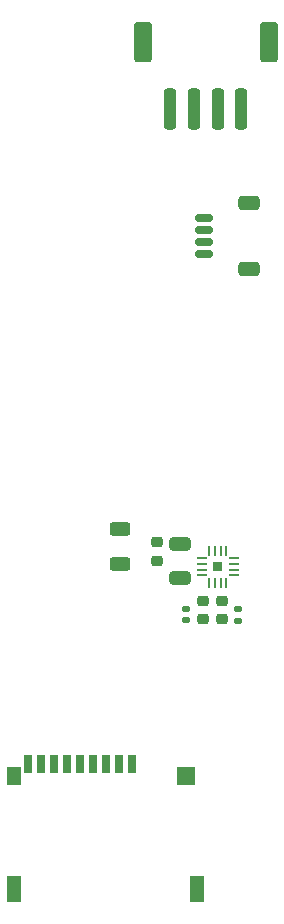
<source format=gbr>
%TF.GenerationSoftware,KiCad,Pcbnew,7.0.1*%
%TF.CreationDate,2023-03-30T16:52:30-04:00*%
%TF.ProjectId,system-board,73797374-656d-42d6-926f-6172642e6b69,rev?*%
%TF.SameCoordinates,Original*%
%TF.FileFunction,Paste,Top*%
%TF.FilePolarity,Positive*%
%FSLAX46Y46*%
G04 Gerber Fmt 4.6, Leading zero omitted, Abs format (unit mm)*
G04 Created by KiCad (PCBNEW 7.0.1) date 2023-03-30 16:52:30*
%MOMM*%
%LPD*%
G01*
G04 APERTURE LIST*
G04 Aperture macros list*
%AMRoundRect*
0 Rectangle with rounded corners*
0 $1 Rounding radius*
0 $2 $3 $4 $5 $6 $7 $8 $9 X,Y pos of 4 corners*
0 Add a 4 corners polygon primitive as box body*
4,1,4,$2,$3,$4,$5,$6,$7,$8,$9,$2,$3,0*
0 Add four circle primitives for the rounded corners*
1,1,$1+$1,$2,$3*
1,1,$1+$1,$4,$5*
1,1,$1+$1,$6,$7*
1,1,$1+$1,$8,$9*
0 Add four rect primitives between the rounded corners*
20,1,$1+$1,$2,$3,$4,$5,0*
20,1,$1+$1,$4,$5,$6,$7,0*
20,1,$1+$1,$6,$7,$8,$9,0*
20,1,$1+$1,$8,$9,$2,$3,0*%
G04 Aperture macros list end*
%ADD10R,0.700000X1.600000*%
%ADD11R,1.600000X1.500000*%
%ADD12R,1.200000X1.500000*%
%ADD13R,1.200000X2.200000*%
%ADD14RoundRect,0.150000X0.625000X-0.150000X0.625000X0.150000X-0.625000X0.150000X-0.625000X-0.150000X0*%
%ADD15RoundRect,0.250000X0.650000X-0.350000X0.650000X0.350000X-0.650000X0.350000X-0.650000X-0.350000X0*%
%ADD16RoundRect,0.218750X0.256250X-0.218750X0.256250X0.218750X-0.256250X0.218750X-0.256250X-0.218750X0*%
%ADD17RoundRect,0.140000X-0.170000X0.140000X-0.170000X-0.140000X0.170000X-0.140000X0.170000X0.140000X0*%
%ADD18RoundRect,0.250000X-0.625000X0.312500X-0.625000X-0.312500X0.625000X-0.312500X0.625000X0.312500X0*%
%ADD19RoundRect,0.250000X0.250000X1.500000X-0.250000X1.500000X-0.250000X-1.500000X0.250000X-1.500000X0*%
%ADD20RoundRect,0.250001X0.499999X1.449999X-0.499999X1.449999X-0.499999X-1.449999X0.499999X-1.449999X0*%
%ADD21RoundRect,0.250000X-0.650000X0.325000X-0.650000X-0.325000X0.650000X-0.325000X0.650000X0.325000X0*%
%ADD22R,0.242474X0.857120*%
%ADD23RoundRect,0.121237X0.000000X0.307323X0.000000X-0.307323X0.000000X-0.307323X0.000000X0.307323X0*%
%ADD24RoundRect,0.121237X-0.307323X0.000000X-0.307323X0.000000X0.307323X0.000000X0.307323X0.000000X0*%
%ADD25RoundRect,0.225000X0.250000X-0.225000X0.250000X0.225000X-0.250000X0.225000X-0.250000X-0.225000X0*%
G04 APERTURE END LIST*
%TO.C,U1*%
G36*
X70945284Y-89045833D02*
G01*
X70154716Y-89045833D01*
X70154716Y-88255265D01*
X70945284Y-88255265D01*
X70945284Y-89045833D01*
G37*
%TD*%
D10*
%TO.C,J1*%
X63300000Y-105350000D03*
X62200000Y-105350000D03*
X61100000Y-105350000D03*
X60000000Y-105350000D03*
X58900000Y-105350000D03*
X57800000Y-105350000D03*
X56700000Y-105350000D03*
X55600000Y-105350000D03*
X54500000Y-105350000D03*
D11*
X67900000Y-106350000D03*
D12*
X53300000Y-106350000D03*
D13*
X53300000Y-115950000D03*
X68800000Y-115950000D03*
%TD*%
D14*
%TO.C,J5*%
X69367893Y-62150000D03*
X69367893Y-61150000D03*
X69367893Y-60150000D03*
X69367893Y-59150000D03*
D15*
X73242893Y-63450000D03*
X73242893Y-57850000D03*
%TD*%
D16*
%TO.C,FB2*%
X69300000Y-93125550D03*
X69300000Y-91550550D03*
%TD*%
D17*
%TO.C,C3*%
X67900000Y-92250550D03*
X67900000Y-93210550D03*
%TD*%
D18*
%TO.C,R1*%
X62300000Y-85487500D03*
X62300000Y-88412500D03*
%TD*%
D16*
%TO.C,FB1*%
X70900000Y-93125550D03*
X70900000Y-91550550D03*
%TD*%
D19*
%TO.C,J4*%
X72550000Y-49950000D03*
X70550000Y-49950000D03*
X68550000Y-49950000D03*
X66550000Y-49950000D03*
D20*
X74900000Y-44200000D03*
X64200000Y-44200000D03*
%TD*%
D17*
%TO.C,C4*%
X72300000Y-92270550D03*
X72300000Y-93230550D03*
%TD*%
D21*
%TO.C,C1*%
X67400000Y-86700000D03*
X67400000Y-89650000D03*
%TD*%
D22*
%TO.C,U1*%
X71300000Y-87300000D03*
D23*
X70800000Y-87300000D03*
X70300000Y-87300000D03*
X69800000Y-87300000D03*
D24*
X69199450Y-87900550D03*
X69199450Y-88400550D03*
X69199450Y-88900550D03*
X69199450Y-89400550D03*
D23*
X69800000Y-90001100D03*
X70300000Y-90001100D03*
X70800000Y-90001100D03*
X71300000Y-90001100D03*
D24*
X71900550Y-89400550D03*
X71900550Y-88900550D03*
X71900550Y-88400550D03*
X71900550Y-87900550D03*
%TD*%
D25*
%TO.C,C2*%
X65400000Y-88150000D03*
X65400000Y-86600000D03*
%TD*%
M02*

</source>
